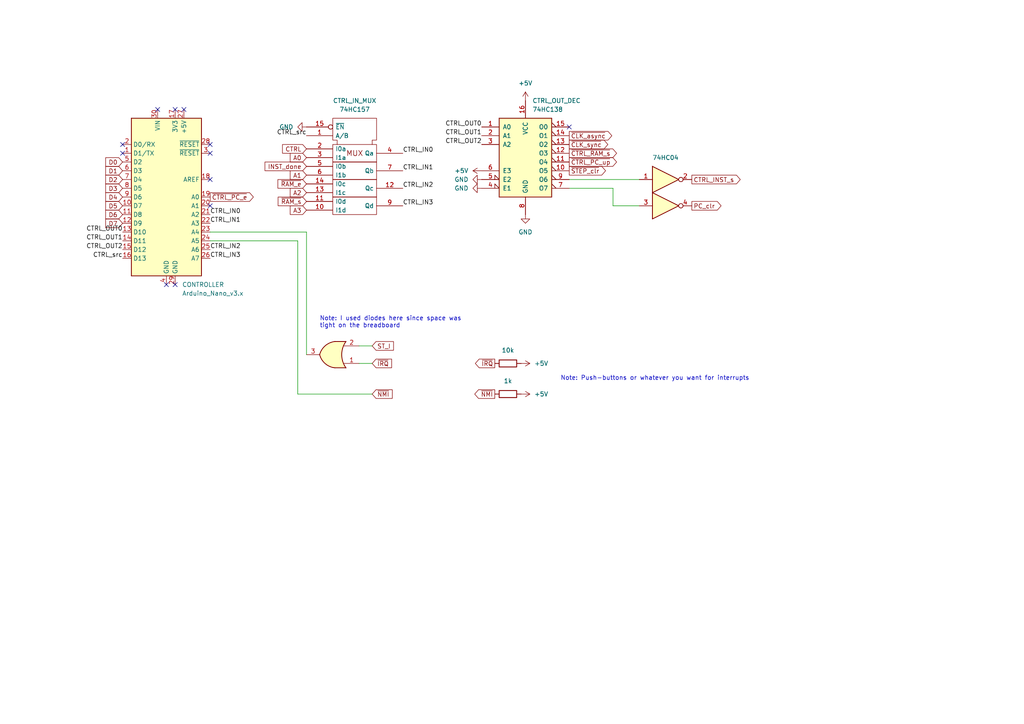
<source format=kicad_sch>
(kicad_sch (version 20211123) (generator eeschema)
  (paper "A4")
  (lib_symbols
    (symbol "74xx:74HC04"
      (property "Reference" "U" (at 0 1.27 0))
      (property "Value" "74HC04" (at 0 -1.27 0))
      (symbol "74HC04_1_0"
        (polyline (pts (xy -3.81 3.81) (xy -3.81 -3.81) (xy 3.81 0) (xy -3.81 3.81)) (stroke (width 0.254)) (fill (type background)))
        (pin input line (at -7.62 0 0) (length 3.81) (name "~") (number "1"))
        (pin output inverted (at 7.62 0 180) (length 3.81) (name "~") (number "2"))
      )
      (symbol "74HC04_2_0"
        (polyline (pts (xy -3.81 3.81) (xy -3.81 -3.81) (xy 3.81 0) (xy -3.81 3.81)) (stroke (width 0.254)) (fill (type background)))
        (pin input line (at -7.62 0 0) (length 3.81) (name "~") (number "3"))
        (pin output inverted (at 7.62 0 180) (length 3.81) (name "~") (number "4"))
      )
      (symbol "74HC04_3_0"
        (polyline (pts (xy -3.81 3.81) (xy -3.81 -3.81) (xy 3.81 0) (xy -3.81 3.81)) (stroke (width 0.254)) (fill (type background)))
        (pin input line (at -7.62 0 0) (length 3.81) (name "~") (number "5"))
        (pin output inverted (at 7.62 0 180) (length 3.81) (name "~") (number "6"))
      )
      (symbol "74HC04_4_0"
        (polyline (pts (xy -3.81 3.81) (xy -3.81 -3.81) (xy 3.81 0) (xy -3.81 3.81)) (stroke (width 0.254)) (fill (type background)))
        (pin output inverted (at 7.62 0 180) (length 3.81) (name "~") (number "8"))
        (pin input line (at -7.62 0 0) (length 3.81) (name "~") (number "9"))
      )
      (symbol "74HC04_5_0"
        (polyline (pts (xy -3.81 3.81) (xy -3.81 -3.81) (xy 3.81 0) (xy -3.81 3.81)) (stroke (width 0.254)) (fill (type background)))
        (pin output inverted (at 7.62 0 180) (length 3.81) (name "~") (number "10"))
        (pin input line (at -7.62 0 0) (length 3.81) (name "~") (number "11"))
      )
      (symbol "74HC04_6_0"
        (polyline (pts (xy -3.81 3.81) (xy -3.81 -3.81) (xy 3.81 0) (xy -3.81 3.81)) (stroke (width 0.254)) (fill (type background)))
        (pin output inverted (at 7.62 0 180) (length 3.81) (name "~") (number "12"))
        (pin input line (at -7.62 0 0) (length 3.81) (name "~") (number "13"))
      )
      (symbol "74HC04_7_0"
        (pin power_in line (at 0 12.7 270) (length 5.08) (name "VCC") (number "14"))
        (pin power_in line (at 0 -12.7 90) (length 5.08) (name "GND") (number "7"))
      )
      (symbol "74HC04_7_1"
        (rectangle (start -5.08 7.62) (end 5.08 -7.62) (stroke (width 0.254)) (fill (type background)))
      )
    )
    (symbol "74xx:74LS138" (pin_names (offset 1.016))
      (property "Reference" "U" (at -7.62 11.43 0))
      (property "Value" "74LS138" (at -7.62 -13.97 0))
      (symbol "74LS138_1_0"
        (pin input line (at -12.7 7.62 0) (length 5.08) (name "A0") (number "1"))
        (pin output output_low (at 12.7 -5.08 180) (length 5.08) (name "O5") (number "10"))
        (pin output output_low (at 12.7 -2.54 180) (length 5.08) (name "O4") (number "11"))
        (pin output output_low (at 12.7 0 180) (length 5.08) (name "O3") (number "12"))
        (pin output output_low (at 12.7 2.54 180) (length 5.08) (name "O2") (number "13"))
        (pin output output_low (at 12.7 5.08 180) (length 5.08) (name "O1") (number "14"))
        (pin output output_low (at 12.7 7.62 180) (length 5.08) (name "O0") (number "15"))
        (pin power_in line (at 0 15.24 270) (length 5.08) (name "VCC") (number "16"))
        (pin input line (at -12.7 5.08 0) (length 5.08) (name "A1") (number "2"))
        (pin input line (at -12.7 2.54 0) (length 5.08) (name "A2") (number "3"))
        (pin input input_low (at -12.7 -10.16 0) (length 5.08) (name "E1") (number "4"))
        (pin input input_low (at -12.7 -7.62 0) (length 5.08) (name "E2") (number "5"))
        (pin input line (at -12.7 -5.08 0) (length 5.08) (name "E3") (number "6"))
        (pin output output_low (at 12.7 -10.16 180) (length 5.08) (name "O7") (number "7"))
        (pin power_in line (at 0 -17.78 90) (length 5.08) (name "GND") (number "8"))
        (pin output output_low (at 12.7 -7.62 180) (length 5.08) (name "O6") (number "9"))
      )
      (symbol "74LS138_1_1"
        (rectangle (start -7.62 10.16) (end 7.62 -12.7) (stroke (width 0.254)) (fill (type background)))
      )
    )
    (symbol "74xx:74LS32" (pin_names (offset 1.016))
      (property "Reference" "U" (at 0 1.27 0))
      (property "Value" "74LS32" (at 0 -1.27 0))
      (symbol "74LS32_1_1"
        (arc (start -3.81 -3.81) (mid -2.589 0) (end -3.81 3.81) (stroke (width 0.254)))
        (arc (start -0.6096 -3.81) (mid 2.1842 -2.5851) (end 3.81 0) (stroke (width 0.254)) (fill (type background)))
        (polyline (pts (xy -3.81 -3.81) (xy -0.635 -3.81)) (stroke (width 0.254)) (fill (type background)))
        (polyline (pts (xy -3.81 3.81) (xy -0.635 3.81)) (stroke (width 0.254)) (fill (type background)))
        (polyline (pts (xy -0.635 3.81) (xy -3.81 3.81) (xy -3.81 3.81) (xy -3.556 3.4036) (xy -3.0226 2.2606) (xy -2.6924 1.0414) (xy -2.6162 -0.254) (xy -2.7686 -1.4986) (xy -3.175 -2.7178) (xy -3.81 -3.81) (xy -3.81 -3.81) (xy -0.635 -3.81)) (stroke (width -25.4)) (fill (type background)))
        (arc (start 3.81 0) (mid 2.1915 2.5936) (end -0.6096 3.81) (stroke (width 0.254)) (fill (type background)))
        (pin input line (at -7.62 2.54 0) (length 4.318) (name "~") (number "1"))
        (pin input line (at -7.62 -2.54 0) (length 4.318) (name "~") (number "2"))
        (pin output line (at 7.62 0 180) (length 3.81) (name "~") (number "3"))
      )
      (symbol "74LS32_1_2"
        (arc (start 0 -3.81) (mid 3.81 0) (end 0 3.81) (stroke (width 0.254)) (fill (type background)))
        (polyline (pts (xy 0 3.81) (xy -3.81 3.81) (xy -3.81 -3.81) (xy 0 -3.81)) (stroke (width 0.254)) (fill (type background)))
        (pin input inverted (at -7.62 2.54 0) (length 3.81) (name "~") (number "1"))
        (pin input inverted (at -7.62 -2.54 0) (length 3.81) (name "~") (number "2"))
        (pin output inverted (at 7.62 0 180) (length 3.81) (name "~") (number "3"))
      )
      (symbol "74LS32_2_1"
        (arc (start -3.81 -3.81) (mid -2.589 0) (end -3.81 3.81) (stroke (width 0.254)))
        (arc (start -0.6096 -3.81) (mid 2.1842 -2.5851) (end 3.81 0) (stroke (width 0.254)) (fill (type background)))
        (polyline (pts (xy -3.81 -3.81) (xy -0.635 -3.81)) (stroke (width 0.254)) (fill (type background)))
        (polyline (pts (xy -3.81 3.81) (xy -0.635 3.81)) (stroke (width 0.254)) (fill (type background)))
        (polyline (pts (xy -0.635 3.81) (xy -3.81 3.81) (xy -3.81 3.81) (xy -3.556 3.4036) (xy -3.0226 2.2606) (xy -2.6924 1.0414) (xy -2.6162 -0.254) (xy -2.7686 -1.4986) (xy -3.175 -2.7178) (xy -3.81 -3.81) (xy -3.81 -3.81) (xy -0.635 -3.81)) (stroke (width -25.4)) (fill (type background)))
        (arc (start 3.81 0) (mid 2.1915 2.5936) (end -0.6096 3.81) (stroke (width 0.254)) (fill (type background)))
        (pin input line (at -7.62 2.54 0) (length 4.318) (name "~") (number "4"))
        (pin input line (at -7.62 -2.54 0) (length 4.318) (name "~") (number "5"))
        (pin output line (at 7.62 0 180) (length 3.81) (name "~") (number "6"))
      )
      (symbol "74LS32_2_2"
        (arc (start 0 -3.81) (mid 3.81 0) (end 0 3.81) (stroke (width 0.254)) (fill (type background)))
        (polyline (pts (xy 0 3.81) (xy -3.81 3.81) (xy -3.81 -3.81) (xy 0 -3.81)) (stroke (width 0.254)) (fill (type background)))
        (pin input inverted (at -7.62 2.54 0) (length 3.81) (name "~") (number "4"))
        (pin input inverted (at -7.62 -2.54 0) (length 3.81) (name "~") (number "5"))
        (pin output inverted (at 7.62 0 180) (length 3.81) (name "~") (number "6"))
      )
      (symbol "74LS32_3_1"
        (arc (start -3.81 -3.81) (mid -2.589 0) (end -3.81 3.81) (stroke (width 0.254)))
        (arc (start -0.6096 -3.81) (mid 2.1842 -2.5851) (end 3.81 0) (stroke (width 0.254)) (fill (type background)))
        (polyline (pts (xy -3.81 -3.81) (xy -0.635 -3.81)) (stroke (width 0.254)) (fill (type background)))
        (polyline (pts (xy -3.81 3.81) (xy -0.635 3.81)) (stroke (width 0.254)) (fill (type background)))
        (polyline (pts (xy -0.635 3.81) (xy -3.81 3.81) (xy -3.81 3.81) (xy -3.556 3.4036) (xy -3.0226 2.2606) (xy -2.6924 1.0414) (xy -2.6162 -0.254) (xy -2.7686 -1.4986) (xy -3.175 -2.7178) (xy -3.81 -3.81) (xy -3.81 -3.81) (xy -0.635 -3.81)) (stroke (width -25.4)) (fill (type background)))
        (arc (start 3.81 0) (mid 2.1915 2.5936) (end -0.6096 3.81) (stroke (width 0.254)) (fill (type background)))
        (pin input line (at -7.62 -2.54 0) (length 4.318) (name "~") (number "10"))
        (pin output line (at 7.62 0 180) (length 3.81) (name "~") (number "8"))
        (pin input line (at -7.62 2.54 0) (length 4.318) (name "~") (number "9"))
      )
      (symbol "74LS32_3_2"
        (arc (start 0 -3.81) (mid 3.81 0) (end 0 3.81) (stroke (width 0.254)) (fill (type background)))
        (polyline (pts (xy 0 3.81) (xy -3.81 3.81) (xy -3.81 -3.81) (xy 0 -3.81)) (stroke (width 0.254)) (fill (type background)))
        (pin input inverted (at -7.62 -2.54 0) (length 3.81) (name "~") (number "10"))
        (pin output inverted (at 7.62 0 180) (length 3.81) (name "~") (number "8"))
        (pin input inverted (at -7.62 2.54 0) (length 3.81) (name "~") (number "9"))
      )
      (symbol "74LS32_4_1"
        (arc (start -3.81 -3.81) (mid -2.589 0) (end -3.81 3.81) (stroke (width 0.254)))
        (arc (start -0.6096 -3.81) (mid 2.1842 -2.5851) (end 3.81 0) (stroke (width 0.254)) (fill (type background)))
        (polyline (pts (xy -3.81 -3.81) (xy -0.635 -3.81)) (stroke (width 0.254)) (fill (type background)))
        (polyline (pts (xy -3.81 3.81) (xy -0.635 3.81)) (stroke (width 0.254)) (fill (type background)))
        (polyline (pts (xy -0.635 3.81) (xy -3.81 3.81) (xy -3.81 3.81) (xy -3.556 3.4036) (xy -3.0226 2.2606) (xy -2.6924 1.0414) (xy -2.6162 -0.254) (xy -2.7686 -1.4986) (xy -3.175 -2.7178) (xy -3.81 -3.81) (xy -3.81 -3.81) (xy -0.635 -3.81)) (stroke (width -25.4)) (fill (type background)))
        (arc (start 3.81 0) (mid 2.1915 2.5936) (end -0.6096 3.81) (stroke (width 0.254)) (fill (type background)))
        (pin output line (at 7.62 0 180) (length 3.81) (name "~") (number "11"))
        (pin input line (at -7.62 2.54 0) (length 4.318) (name "~") (number "12"))
        (pin input line (at -7.62 -2.54 0) (length 4.318) (name "~") (number "13"))
      )
      (symbol "74LS32_4_2"
        (arc (start 0 -3.81) (mid 3.81 0) (end 0 3.81) (stroke (width 0.254)) (fill (type background)))
        (polyline (pts (xy 0 3.81) (xy -3.81 3.81) (xy -3.81 -3.81) (xy 0 -3.81)) (stroke (width 0.254)) (fill (type background)))
        (pin output inverted (at 7.62 0 180) (length 3.81) (name "~") (number "11"))
        (pin input inverted (at -7.62 2.54 0) (length 3.81) (name "~") (number "12"))
        (pin input inverted (at -7.62 -2.54 0) (length 3.81) (name "~") (number "13"))
      )
      (symbol "74LS32_5_0"
        (pin power_in line (at 0 12.7 270) (length 5.08) (name "VCC") (number "14"))
        (pin power_in line (at 0 -12.7 90) (length 5.08) (name "GND") (number "7"))
      )
      (symbol "74LS32_5_1"
        (rectangle (start -5.08 7.62) (end 5.08 -7.62) (stroke (width 0.254)) (fill (type background)))
      )
    )
    (symbol "74xx_IEEE:74157" (pin_names (offset 0.762))
      (property "Reference" "U" (at 7.62 10.16 0))
      (property "Value" "74157" (at 6.35 -16.51 0))
      (symbol "74157_0_0"
        (rectangle (start -6.35 -10.16) (end 6.35 -15.24))
        (rectangle (start -6.35 -5.08) (end 6.35 -10.16))
        (rectangle (start -6.35 0) (end 6.35 -5.08))
        (rectangle (start -6.35 5.08) (end 6.35 0))
        (polyline (pts (xy -5.08 5.08) (xy -5.08 6.35) (xy -6.35 6.35) (xy -6.35 12.7) (xy 6.35 12.7) (xy 6.35 6.35) (xy 5.08 6.35) (xy 5.08 5.08) (xy 5.08 5.08)))
        (text "MUX" (at 0 2.54 0) (effects (font (size 1.524 1.524))))
        (pin power_in line (at 3.81 12.7 270) (length 0) hide (name "VCC") (number "16"))
        (pin power_in line (at 0 12.7 270) (length 0) hide (name "GND") (number "8"))
      )
      (symbol "74157_1_1"
        (pin input line (at -13.97 7.62 0) (length 7.62) (name "A/B") (number "1"))
        (pin input line (at -13.97 -13.97 0) (length 7.62) (name "I1d") (number "10"))
        (pin input line (at -13.97 -11.43 0) (length 7.62) (name "I0d") (number "11"))
        (pin output line (at 13.97 -7.62 180) (length 7.62) (name "Qc") (number "12"))
        (pin input line (at -13.97 -8.89 0) (length 7.62) (name "I1c") (number "13"))
        (pin input line (at -13.97 -6.35 0) (length 7.62) (name "I0c") (number "14"))
        (pin input inverted (at -13.97 10.16 0) (length 7.62) (name "~{EN}") (number "15"))
        (pin input line (at -13.97 3.81 0) (length 7.62) (name "I0a") (number "2"))
        (pin input line (at -13.97 1.27 0) (length 7.62) (name "I1a") (number "3"))
        (pin output line (at 13.97 2.54 180) (length 7.62) (name "Qa") (number "4"))
        (pin input line (at -13.97 -1.27 0) (length 7.62) (name "I0b") (number "5"))
        (pin input line (at -13.97 -3.81 0) (length 7.62) (name "I1b") (number "6"))
        (pin output line (at 13.97 -2.54 180) (length 7.62) (name "Qb") (number "7"))
        (pin output line (at 13.97 -12.7 180) (length 7.62) (name "Qd") (number "9"))
      )
    )
    (symbol "Device:R" (pin_numbers hide) (pin_names (offset 0))
      (property "Reference" "R" (at 2.032 0 90))
      (property "Value" "R" (at 0 0 90))
      (symbol "R_0_1"
        (rectangle (start -1.016 -2.54) (end 1.016 2.54) (stroke (width 0.254)))
      )
      (symbol "R_1_1"
        (pin passive line (at 0 3.81 270) (length 1.27) (name "~") (number "1"))
        (pin passive line (at 0 -3.81 90) (length 1.27) (name "~") (number "2"))
      )
    )
    (symbol "MCU_Module:Arduino_Nano_v3.x"
      (property "Reference" "A" (at -10.16 23.495 0))
      (property "Value" "Arduino_Nano_v3.x" (at 5.08 -24.13 0))
      (symbol "Arduino_Nano_v3.x_0_1"
        (rectangle (start -10.16 22.86) (end 10.16 -22.86) (stroke (width 0.254)) (fill (type background)))
      )
      (symbol "Arduino_Nano_v3.x_1_1"
        (pin bidirectional line (at -12.7 12.7 0) (length 2.54) (name "D1/TX") (number "1"))
        (pin bidirectional line (at -12.7 -2.54 0) (length 2.54) (name "D7") (number "10"))
        (pin bidirectional line (at -12.7 -5.08 0) (length 2.54) (name "D8") (number "11"))
        (pin bidirectional line (at -12.7 -7.62 0) (length 2.54) (name "D9") (number "12"))
        (pin bidirectional line (at -12.7 -10.16 0) (length 2.54) (name "D10") (number "13"))
        (pin bidirectional line (at -12.7 -12.7 0) (length 2.54) (name "D11") (number "14"))
        (pin bidirectional line (at -12.7 -15.24 0) (length 2.54) (name "D12") (number "15"))
        (pin bidirectional line (at -12.7 -17.78 0) (length 2.54) (name "D13") (number "16"))
        (pin power_out line (at 2.54 25.4 270) (length 2.54) (name "3V3") (number "17"))
        (pin input line (at 12.7 5.08 180) (length 2.54) (name "AREF") (number "18"))
        (pin bidirectional line (at 12.7 0 180) (length 2.54) (name "A0") (number "19"))
        (pin bidirectional line (at -12.7 15.24 0) (length 2.54) (name "D0/RX") (number "2"))
        (pin bidirectional line (at 12.7 -2.54 180) (length 2.54) (name "A1") (number "20"))
        (pin bidirectional line (at 12.7 -5.08 180) (length 2.54) (name "A2") (number "21"))
        (pin bidirectional line (at 12.7 -7.62 180) (length 2.54) (name "A3") (number "22"))
        (pin bidirectional line (at 12.7 -10.16 180) (length 2.54) (name "A4") (number "23"))
        (pin bidirectional line (at 12.7 -12.7 180) (length 2.54) (name "A5") (number "24"))
        (pin bidirectional line (at 12.7 -15.24 180) (length 2.54) (name "A6") (number "25"))
        (pin bidirectional line (at 12.7 -17.78 180) (length 2.54) (name "A7") (number "26"))
        (pin power_out line (at 5.08 25.4 270) (length 2.54) (name "+5V") (number "27"))
        (pin input line (at 12.7 15.24 180) (length 2.54) (name "~{RESET}") (number "28"))
        (pin power_in line (at 2.54 -25.4 90) (length 2.54) (name "GND") (number "29"))
        (pin input line (at 12.7 12.7 180) (length 2.54) (name "~{RESET}") (number "3"))
        (pin power_in line (at -2.54 25.4 270) (length 2.54) (name "VIN") (number "30"))
        (pin power_in line (at 0 -25.4 90) (length 2.54) (name "GND") (number "4"))
        (pin bidirectional line (at -12.7 10.16 0) (length 2.54) (name "D2") (number "5"))
        (pin bidirectional line (at -12.7 7.62 0) (length 2.54) (name "D3") (number "6"))
        (pin bidirectional line (at -12.7 5.08 0) (length 2.54) (name "D4") (number "7"))
        (pin bidirectional line (at -12.7 2.54 0) (length 2.54) (name "D5") (number "8"))
        (pin bidirectional line (at -12.7 0 0) (length 2.54) (name "D6") (number "9"))
      )
    )
    (symbol "power:+5V" (power) (pin_names (offset 0))
      (property "Value" "+5V" (at 0 3.556 0))
      (symbol "+5V_0_1"
        (polyline (pts (xy -0.762 1.27) (xy 0 2.54)))
        (polyline (pts (xy 0 0) (xy 0 2.54)))
        (polyline (pts (xy 0 2.54) (xy 0.762 1.27)))
      )
      (symbol "+5V_1_1"
        (pin power_in line (at 0 0 90) (length 0) hide (name "+5V") (number "1"))
      )
    )
    (symbol "power:GND" (power) (pin_names (offset 0))
      (property "Value" "GND" (at 0 -3.81 0))
      (symbol "GND_0_1"
        (polyline (pts (xy 0 0) (xy 0 -1.27) (xy 1.27 -1.27) (xy 0 -2.54) (xy -1.27 -1.27) (xy 0 -1.27)))
      )
      (symbol "GND_1_1"
        (pin power_in line (at 0 0 270) (length 0) hide (name "GND") (number "1"))
      )
    )
  )
  (no_connect (at 60.96 44.45))
  (no_connect (at 35.56 41.91))
  (no_connect (at 35.56 44.45))
  (no_connect (at 60.96 52.07))
  (no_connect (at 60.96 59.69))
  (no_connect (at 165.1 36.83))
  (no_connect (at 50.8 31.75))
  (no_connect (at 50.8 82.55))
  (no_connect (at 53.34 31.75))
  (no_connect (at 45.72 31.75))
  (no_connect (at 48.26 82.55))
  (no_connect (at 60.96 41.91))
  (wire (pts (xy 104.14 100.33) (xy 107.95 100.33)))
  (wire (pts (xy 177.8 54.61) (xy 177.8 59.69)))
  (wire (pts (xy 86.36 69.85) (xy 86.36 114.3)))
  (wire (pts (xy 104.14 105.41) (xy 107.95 105.41)))
  (wire (pts (xy 86.36 114.3) (xy 107.95 114.3)))
  (wire (pts (xy 177.8 59.69) (xy 185.42 59.69)))
  (wire (pts (xy 60.96 67.31) (xy 88.9 67.31)))
  (wire (pts (xy 60.96 69.85) (xy 86.36 69.85)))
  (wire (pts (xy 165.1 52.07) (xy 185.42 52.07)))
  (wire (pts (xy 88.9 67.31) (xy 88.9 102.87)))
  (wire (pts (xy 165.1 54.61) (xy 177.8 54.61)))
  (text "Note: I used diodes here since space was \ntight on the breadboard" (at 92.71 95.25 0) (effects (font (size 1.27 1.27)) (justify left bottom)))
  (text "Note: Push-buttons or whatever you want for interrupts" (at 162.56 110.49 0) (effects (font (size 1.27 1.27)) (justify left bottom)))
  (label "CTRL_IN1" (at 116.84 49.53 0))
  (label "CTRL_src" (at 88.9 39.37 180))
  (label "CTRL_OUT1" (at 139.7 39.37 180))
  (label "CTRL_OUT1" (at 35.56 69.85 180))
  (label "CTRL_IN1" (at 60.96 64.77 0))
  (label "CTRL_OUT2" (at 139.7 41.91 180))
  (label "CTRL_IN2" (at 116.84 54.61 0))
  (label "CTRL_IN2" (at 60.96 72.39 0))
  (label "CTRL_OUT0" (at 35.56 67.31 180))
  (label "CTRL_IN0" (at 116.84 44.45 0))
  (label "CTRL_IN3" (at 60.96 74.93 0))
  (label "CTRL_OUT2" (at 35.56 72.39 180))
  (label "CTRL_IN0" (at 60.96 62.23 0))
  (label "CTRL_OUT0" (at 139.7 36.83 180))
  (label "CTRL_src" (at 35.56 74.93 180))
  (label "CTRL_IN3" (at 116.84 59.69 0))
  (global_label "~{RAM_e}" (shape input) (at 88.9 53.34 180) (property "Intersheet References" "${INTERSHEET_REFS}" (effects hide)))
  (global_label "~{STEP_clr}" (shape output) (at 165.1 49.53 0) (property "Intersheet References" "${INTERSHEET_REFS}" (effects hide)))
  (global_label "~{NMI}" (shape input) (at 107.95 114.3 0) (property "Intersheet References" "${INTERSHEET_REFS}" (effects hide)))
  (global_label "D1" (shape input) (at 35.56 49.53 180) (property "Intersheet References" "${INTERSHEET_REFS}" (effects hide)))
  (global_label "A0" (shape input) (at 88.9 45.72 180) (property "Intersheet References" "${INTERSHEET_REFS}" (effects hide)))
  (global_label "~{CTRL_PC_up}" (shape output) (at 165.1 46.99 0) (property "Intersheet References" "${INTERSHEET_REFS}" (effects hide)))
  (global_label "~{CTRL_RAM_s}" (shape output) (at 165.1 44.45 0) (property "Intersheet References" "${INTERSHEET_REFS}" (effects hide)))
  (global_label "D3" (shape input) (at 35.56 54.61 180) (property "Intersheet References" "${INTERSHEET_REFS}" (effects hide)))
  (global_label "D0" (shape input) (at 35.56 46.99 180) (property "Intersheet References" "${INTERSHEET_REFS}" (effects hide)))
  (global_label "~{IRQ}" (shape output) (at 143.51 105.41 180) (property "Intersheet References" "${INTERSHEET_REFS}" (effects hide)))
  (global_label "~{CTRL_PC_e}" (shape output) (at 60.96 57.15 0) (property "Intersheet References" "${INTERSHEET_REFS}" (effects hide)))
  (global_label "D2" (shape input) (at 35.56 52.07 180) (property "Intersheet References" "${INTERSHEET_REFS}" (effects hide)))
  (global_label "D6" (shape input) (at 35.56 62.23 180) (property "Intersheet References" "${INTERSHEET_REFS}" (effects hide)))
  (global_label "~{NMI}" (shape output) (at 143.51 114.3 180) (property "Intersheet References" "${INTERSHEET_REFS}" (effects hide)))
  (global_label "PC_clr" (shape output) (at 200.66 59.69 0) (property "Intersheet References" "${INTERSHEET_REFS}" (effects hide)))
  (global_label "A1" (shape input) (at 88.9 50.8 180) (property "Intersheet References" "${INTERSHEET_REFS}" (effects hide)))
  (global_label "CTRL" (shape input) (at 88.9 43.18 180) (property "Intersheet References" "${INTERSHEET_REFS}" (effects hide)))
  (global_label "D4" (shape input) (at 35.56 57.15 180) (property "Intersheet References" "${INTERSHEET_REFS}" (effects hide)))
  (global_label "INST_done" (shape input) (at 88.9 48.26 180) (property "Intersheet References" "${INTERSHEET_REFS}" (effects hide)))
  (global_label "~{RAM_s}" (shape input) (at 88.9 58.42 180) (property "Intersheet References" "${INTERSHEET_REFS}" (effects hide)))
  (global_label "~{CLK_sync}" (shape output) (at 165.1 41.91 0) (property "Intersheet References" "${INTERSHEET_REFS}" (effects hide)))
  (global_label "A2" (shape input) (at 88.9 55.88 180) (property "Intersheet References" "${INTERSHEET_REFS}" (effects hide)))
  (global_label "ST_I" (shape input) (at 107.95 100.33 0) (property "Intersheet References" "${INTERSHEET_REFS}" (effects hide)))
  (global_label "D7" (shape input) (at 35.56 64.77 180) (property "Intersheet References" "${INTERSHEET_REFS}" (effects hide)))
  (global_label "CTRL_INST_s" (shape output) (at 200.66 52.07 0) (property "Intersheet References" "${INTERSHEET_REFS}" (effects hide)))
  (global_label "~{IRQ}" (shape input) (at 107.95 105.41 0) (property "Intersheet References" "${INTERSHEET_REFS}" (effects hide)))
  (global_label "~{CLK_async}" (shape output) (at 165.1 39.37 0) (property "Intersheet References" "${INTERSHEET_REFS}" (effects hide)))
  (global_label "A3" (shape input) (at 88.9 60.96 180) (property "Intersheet References" "${INTERSHEET_REFS}" (effects hide)))
  (global_label "D5" (shape input) (at 35.56 59.69 180) (property "Intersheet References" "${INTERSHEET_REFS}" (effects hide)))
  (symbol (lib_id "power:+5V") (at 151.13 105.41 270) (unit 1)
    (property "Reference" "#PWR0296" (effects hide))
    (property "Value" "+5V" (at 154.94 105.4099 90) (effects (justify left)))
  )
  (symbol (lib_id "74xx:74HC04") (at 193.04 59.69 0) (unit 2)
    (property "Reference" "PC_clr_NOT" (effects hide))
    (property "Value" "74HC04" (effects hide))
    (property "Datasheet" "https://assets.nexperia.com/documents/data-sheet/74HC_HCT04.pdf" (effects hide))
  )
  (symbol (lib_id "MCU_Module:Arduino_Nano_v3.x") (at 48.26 57.15 0) (unit 1)
    (property "Reference" "CONTROLLER" (at 52.8194 82.55 0) (effects (justify left)))
    (property "Value" "Arduino_Nano_v3.x" (at 52.8194 85.09 0) (effects (justify left)))
    (property "Footprint" "Module:Arduino_Nano" (effects hide))
    (property "Datasheet" "http://www.mouser.com/pdfdocs/Gravitech_Arduino_Nano3_0.pdf" (effects hide))
  )
  (symbol (lib_id "power:GND") (at 152.4 62.23 0) (unit 1)
    (property "Reference" "#PWR0134" (effects hide))
    (property "Value" "GND" (at 152.4 67.31 0))
  )
  (symbol (lib_id "power:+5V") (at 139.7 49.53 90) (unit 1)
    (property "Reference" "#PWR0136" (effects hide))
    (property "Value" "+5V" (at 135.89 49.5299 90) (effects (justify left)))
  )
  (symbol (lib_id "power:+5V") (at 152.4 29.21 0) (unit 1)
    (property "Reference" "#PWR0265" (effects hide))
    (property "Value" "+5V" (at 152.4 24.13 0))
  )
  (symbol (lib_id "Device:R") (at 147.32 105.41 270) (unit 1)
    (property "Reference" "RIRQ" (effects hide))
    (property "Value" "10k" (at 147.32 101.6 90))
  )
  (symbol (lib_id "74xx_IEEE:74157") (at 102.87 46.99 0) (unit 1)
    (property "Reference" "CTRL_IN_MUX" (at 102.87 29.21 0))
    (property "Value" "74HC157" (at 102.87 31.75 0))
  )
  (symbol (lib_id "74xx:74LS32") (at 96.52 102.87 180) (unit 1)
    (property "Reference" "IRQ_OR" (effects hide))
    (property "Value" "74HC32" (effects hide))
    (property "Datasheet" "http://www.ti.com/lit/gpn/sn74LS32" (effects hide))
  )
  (symbol (lib_id "Device:R") (at 147.32 114.3 270) (unit 1)
    (property "Reference" "RNMI" (effects hide))
    (property "Value" "1k" (at 147.32 110.49 90))
  )
  (symbol (lib_id "power:GND") (at 139.7 52.07 270) (unit 1)
    (property "Reference" "#PWR0133" (effects hide))
    (property "Value" "GND" (at 135.89 52.0699 90) (effects (justify right)))
  )
  (symbol (lib_id "power:GND") (at 88.9 36.83 270) (unit 1)
    (property "Reference" "#PWR0142" (effects hide))
    (property "Value" "GND" (at 85.09 36.8299 90) (effects (justify right)))
  )
  (symbol (lib_id "74xx:74LS138") (at 152.4 44.45 0) (unit 1)
    (property "Reference" "CTRL_OUT_DEC" (at 154.4194 29.21 0) (effects (justify left)))
    (property "Value" "74HC138" (at 154.4194 31.75 0) (effects (justify left)))
    (property "Datasheet" "http://www.ti.com/lit/gpn/sn74LS138" (effects hide))
  )
  (symbol (lib_id "74xx:74HC04") (at 193.04 52.07 0) (unit 1)
    (property "Reference" "CTRL_INST_s_NOT" (effects hide))
    (property "Value" "74HC04" (at 193.04 45.72 0))
    (property "Datasheet" "https://assets.nexperia.com/documents/data-sheet/74HC_HCT04.pdf" (effects hide))
  )
  (symbol (lib_id "power:+5V") (at 151.13 114.3 270) (unit 1)
    (property "Reference" "#PWR0295" (effects hide))
    (property "Value" "+5V" (at 154.94 114.2999 90) (effects (justify left)))
  )
  (symbol (lib_id "power:GND") (at 139.7 54.61 270) (unit 1)
    (property "Reference" "#PWR0135" (effects hide))
    (property "Value" "GND" (at 135.89 54.6099 90) (effects (justify right)))
  )
)
</source>
